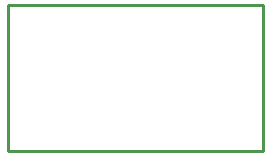
<source format=gbr>
G04 EAGLE Gerber RS-274X export*
G75*
%MOMM*%
%FSLAX34Y34*%
%LPD*%
%IN*%
%IPPOS*%
%AMOC8*
5,1,8,0,0,1.08239X$1,22.5*%
G01*
%ADD10C,0.254000*%


D10*
X76200Y101600D02*
X291900Y101600D01*
X291900Y225300D01*
X76200Y225300D01*
X76200Y101600D01*
M02*

</source>
